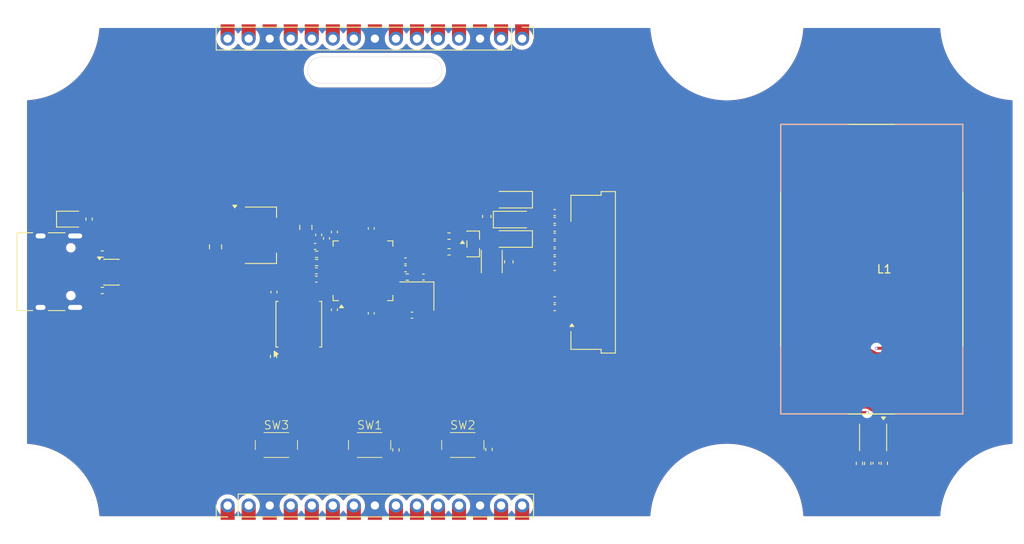
<source format=kicad_pcb>
(kicad_pcb (version 20241229) (generator "pcbnew") (generator_version "9.0")
  (layers (0 "F.Cu" signal) (2 "B.Cu" signal) (13 "F.Paste" user) (15 "B.Paste" user) (5 "F.SilkS" user "F.Silkscreen") (7 "B.SilkS" user "B.Silkscreen") (1 "F.Mask" user) (3 "B.Mask" user) (25 "Edge.Cuts" user))
  (net 0 "")
  (net 1 "+5V")
  (net 2 "GND")
  (net 3 "+3V3")
  (net 4 "+1V1")
  (net 5 "/XIN")
  (net 6 "Net-(C15-Pad2)")
  (net 7 "Net-(U5-VGL{slash}NC)")
  (net 8 "Net-(U5-VSH2)")
  (net 9 "Net-(U5-VDD)")
  (net 10 "Net-(U5-VPP)")
  (net 11 "Net-(U5-VSH1)")
  (net 12 "/PREVGH")
  (net 13 "Net-(U5-VSL)")
  (net 14 "/PREVGL")
  (net 15 "Net-(U5-VCOM)")
  (net 16 "Net-(D3-K)")
  (net 17 "Net-(D2-A)")
  (net 18 "Net-(D1-A)")
  (net 20 "/USB_D-")
  (net 21 "/USB_D+")
  (net 22 "Net-(J1-CC2)")
  (net 23 "Net-(J1-CC1)")
  (net 25 "/RESE")
  (net 26 "/GDR")
  (net 27 "Net-(U1-USB_DP)")
  (net 28 "/D+")
  (net 29 "/D-")
  (net 30 "Net-(U1-USB_DM)")
  (net 31 "/RESET")
  (net 32 "/XOUT")
  (net 33 "/QSPI_SS")
  (net 34 "Net-(R9-Pad1)")
  (net 35 "/NFC_SDA")
  (net 36 "/NFC_SCL")
  (net 37 "/NFC_GPO")
  (net 38 "Net-(U1-GPIO9)")
  (net 39 "/EPD_MOSI")
  (net 40 "/EPD_CS")
  (net 42 "/GPIO29")
  (net 43 "/GPIO28")
  (net 44 "/QSPI_SD3")
  (net 45 "/GPIO21")
  (net 46 "/EPD_SCK")
  (net 47 "/GPIO24")
  (net 49 "/EPD_DC")
  (net 50 "/QSPI_SD0")
  (net 51 "/GPIO22")
  (net 52 "/GPIO25")
  (net 53 "/GPIO20")
  (net 54 "/GPIO27")
  (net 55 "/QSPI_SD1")
  (net 56 "/QSPI_SCK")
  (net 57 "/GPIO23")
  (net 58 "/EPD_RST")
  (net 59 "/EPD_BUSY")
  (net 60 "/GPIO26")
  (net 61 "/QSPI_SD2")
  (net 68 "Net-(U6-AC0)")
  (net 69 "Net-(U6-AC1)")
  (net 72 "/GPIO3")
  (net 73 "/GPIO6")
  (net 74 "/GPIO7")
  (net 75 "/GPIO4")
  (net 76 "/GPIO2")
  (net 77 "/GPIO1")
  (net 78 "/GPIO9")
  (net 79 "/GPIO0")
  (net 80 "/GPIO5")
  (net 81 "/GPIO8")
  (footprint "Capacitor_SMD:C_0402_1005Metric" (layer "F.Cu") (at 162.531004 47.902)
    (property "Reference" "C26" (hide yes))
    (property "Value" "1uF")
  )
  (footprint "Capacitor_SMD:C_0402_1005Metric" (layer "F.Cu") (at 133.751004 54.952 180)
    (property "Reference" "C9" (hide yes))
    (property "Value" "0.1uF")
  )
  (footprint "Capacitor_SMD:C_0402_1005Metric" (layer "F.Cu") (at 134.031004 50.602 90)
    (property "Reference" "C3" (hide yes))
    (property "Value" "1uF")
  )
  (footprint "LED_SMD:LED_0805_2012Metric" (layer "F.Cu") (at 104.0625 48.7)
    (property "Reference" "D1" (hide yes))
    (property "Value" "KT-0805G")
  )
  (footprint "Resistor_SMD:R_0402_1005Metric" (layer "F.Cu") (at 144.731004 55.702 180)
    (property "Reference" "R6" (hide yes))
    (property "Value" "1K")
  )
  (footprint "Diode_SMD:D_SOD-123" (layer "F.Cu") (at 157.481004 51.102 180)
    (property "Reference" "D2" (hide yes))
    (property "Value" "MBR0530")
  )
  (footprint "Capacitor_SMD:C_0402_1005Metric" (layer "F.Cu") (at 128.631004 57.522 90)
    (property "Reference" "C16" (hide yes))
    (property "Value" "0.1uF")
  )
  (footprint "Capacitor_SMD:C_0402_1005Metric" (layer "F.Cu") (at 140.381004 60.082 -90)
    (property "Reference" "C7" (hide yes))
    (property "Value" "0.1uF")
  )
  (footprint "Capacitor_SMD:C_0402_1005Metric" (layer "F.Cu") (at 201.33 78.19 90)
    (property "Reference" "C29" (hide yes))
    (property "Value" "0.1uF")
  )
  (footprint "Resistor_SMD:R_0402_1005Metric" (layer "F.Cu") (at 143.358504 76.585 -90)
    (property "Reference" "R5" (hide yes))
    (property "Value" "10K")
  )
  (footprint "Inductor_SMD:L_Sunlord_SWPA252010S" (layer "F.Cu") (at 154.931004 53.827 90)
    (property "Reference" "L2" (hide yes))
    (property "Value" "68uH")
  )
  (footprint "Resistor_SMD:R_0402_1005Metric" (layer "F.Cu") (at 107.91 57.323502)
    (property "Reference" "R2" (hide yes))
    (property "Value" "5.1K")
  )
  (footprint "Resistor_SMD:R_0402_1005Metric" (layer "F.Cu") (at 202.33 78.21 90)
    (property "Reference" "R14" (hide yes))
    (property "Value" "10K")
  )
  (footprint "Capacitor_SMD:C_0402_1005Metric" (layer "F.Cu") (at 146.681004 55.702)
    (property "Reference" "C15" (hide yes))
    (property "Value" "33pF")
  )
  (footprint "kai's library:PinHeader_PAD_1x15_P2.54mm_Vertical" (layer "F.Cu") (at 158.597629 26.887795 -90)
    (property "Reference" "J3" (hide yes))
    (property "Value" "Conn_01x15")
  )
  (footprint "Connector_USB:USB_C_Receptacle_HRO_TYPE-C-31-M-12" (layer "F.Cu") (at 101.5 55.05 -90)
    (property "Reference" "J1" (hide yes))
    (property "Value" "USB_C_Receptacle_USB2.0_16P")
  )
  (footprint "kai's library:SW_Push_SPST_TSA016" (layer "F.Cu") (at 128.928504 76)
    (property "Reference" "SW3")
    (property "Value" "TSA016A2526B")
  )
  (footprint "Capacitor_SMD:C_0402_1005Metric" (layer "F.Cu") (at 162.531004 49.802)
    (property "Reference" "C24" (hide yes))
    (property "Value" "1uF")
  )
  (footprint "Capacitor_SMD:C_0402_1005Metric" (layer "F.Cu") (at 140.381004 49.822 90)
    (property "Reference" "C4" (hide yes))
    (property "Value" "0.1uF")
  )
  (footprint "Capacitor_SMD:C_0402_1005Metric" (layer "F.Cu") (at 135.931004 50.252 90)
    (property "Reference" "C6" (hide yes))
    (property "Value" "0.1uF")
  )
  (footprint "Diode_SMD:D_SOD-123" (layer "F.Cu") (at 157.481004 46.352 180)
    (property "Reference" "D4" (hide yes))
    (property "Value" "MBR0530")
  )
  (footprint "Package_TO_SOT_SMD:SOT-223-3_TabPin2" (layer "F.Cu") (at 127.031004 50.652)
    (property "Reference" "U3" (hide yes))
    (property "Value" "NCP1117ST33T3G")
  )
  (footprint "Capacitor_SMD:C_0402_1005Metric" (layer "F.Cu") (at 162.531004 58.452)
    (property "Reference" "C18" (hide yes))
    (property "Value" "1uF")
  )
  (footprint "Package_DFN_QFN:QFN-56-1EP_7x7mm_P0.4mm_EP3.2x3.2mm" (layer "F.Cu") (at 139.381004 54.940998 90)
    (property "Reference" "U1" (hide yes))
    (property "Value" "RP2040")
  )
  (footprint "Capacitor_SMD:C_0402_1005Metric" (layer "F.Cu") (at 133.601004 52.002 180)
    (property "Reference" "C12" (hide yes))
    (property "Value" "0.1uF")
  )
  (footprint "kai's library:PinHeader_PAD_1x15_P2.54mm_Vertical" (layer "F.Cu") (at 123.039974 83.307795 90)
    (property "Reference" "J2" (hide yes))
    (property "Value" "Conn_01x15")
  )
  (footprint "nfc:25x35mm-NFC" (layer "F.Cu") (at 189.82005 37.2475)
    (property "Reference" "L1")
    (property "Value" "NFC Antenna")
  )
  (footprint "Capacitor_SMD:C_0402_1005Metric" (layer "F.Cu") (at 162.531004 59.402)
    (property "Reference" "C17" (hide yes))
    (property "Value" "1uF")
  )
  (footprint "Capacitor_SMD:C_0402_1005Metric" (layer "F.Cu") (at 144.511004 54.702)
    (property "Reference" "C5" (hide yes))
    (property "Value" "0.1uF")
  )
  (footprint "Package_TO_SOT_SMD:SOT-23" (layer "F.Cu") (at 152.693504 51.702)
    (property "Reference" "Q2" (hide yes))
    (property "Value" "IRLML2060")
  )
  (footprint "Resistor_SMD:R_0402_1005Metric" (layer "F.Cu") (at 106.3125 48.7 -90)
    (property "Reference" "R7" (hide yes))
    (property "Value" "220")
  )
  (footprint "Capacitor_SMD:C_0402_1005Metric" (layer "F.Cu") (at 162.531004 54.552)
    (property "Reference" "C19" (hide yes))
    (property "Value" "1uF")
  )
  (footprint "Crystal:Crystal_SMD_3225-4Pin_3.2x2.5mm" (layer "F.Cu") (at 145.881004 58.002 180)
    (property "Reference" "Y1" (hide yes))
    (property "Value" "12MHz")
  )
  (footprint "Package_SO:SOIC-8_5.3x5.3mm_P1.27mm" (layer "F.Cu") (at 131.631004 61.402 90)
    (property "Reference" "U4" (hide yes))
    (property "Value" "W25Q32JVSS")
  )
  (footprint "Capacitor_SMD:C_0603_1608Metric" (layer "F.Cu") (at 154.331004 48.377 -90)
    (property "Reference" "C27" (hide yes))
    (property "Value" "4.7uF")
  )
  (footprint "Capacitor_SMD:C_0402_1005Metric" (layer "F.Cu") (at 162.531004 51.702)
    (property "Reference" "C22" (hide yes))
    (property "Value" "1uF")
  )
  (footprint "Diode_SMD:D_SOD-123" (layer "F.Cu") (at 157.481004 48.752)
    (property "Reference" "D3" (hide yes))
    (property "Value" "MBR0530")
  )
  (footprint "Capacitor_SMD:C_0402_1005Metric" (layer "F.Cu") (at 135.931004 59.652 -90)
    (property "Reference" "C8" (hide yes))
    (property "Value" "0.1uF")
  )
  (footprint "Capacitor_SMD:C_0603_1608Metric" (layer "F.Cu") (at 156.991004 53.862 -90)
    (property "Reference" "C28" (hide yes))
    (property "Value" "4.7uF")
  )
  (footprint "Package_TO_SOT_SMD:SOT-23-6" (layer "F.Cu") (at 109.01 55.111002)
    (property "Reference" "U2" (hide yes))
    (property "Value" "USBLC6-2SC6")
  )
  (footprint "kai's library:SW_Push_SPST_TSA016" (layer "F.Cu") (at 140.183504 76)
    (property "Reference" "SW1")
    (property "Value" "TSA016A2526B")
  )
  (footprint "Resistor_SMD:R_0402_1005Metric" (layer "F.Cu") (at 133.781004 53.952)
    (property "Reference" "R3" (hide yes))
    (property "Value" "22")
  )
  (footprint "kai's library:LCSC_1x24-1MP_P0.5mm_Horizontal" (layer "F.Cu") (at 167.500004 55.128498 90)
    (property "Reference" "U5" (hide yes))
    (property "Value" "Conn")
  )
  (footprint "Capacitor_SMD:C_0402_1005Metric" (layer "F.Cu") (at 162.531004 48.852)
    (property "Reference" "C25" (hide yes))
    (property "Value" "1uF")
  )
  (footprint "Resistor_SMD:R_0402_1005Metric" (layer "F.Cu") (at 154.6 76.54 90)
    (property "Reference" "R9" (hide yes))
    (property "Value" "1K")
  )
  (footprint "Capacitor_SMD:C_0402_1005Metric" (layer "F.Cu") (at 162.531004 50.752)
    (property "Reference" "C23" (hide yes))
    (property "Value" "1uF")
  )
  (footprint "Resistor_SMD:R_0402_1005Metric" (layer "F.Cu") (at 128.581004 65.302 -90)
    (property "Reference" "R8" (hide yes))
    (property "Value" "10K")
  )
  (footprint "Capacitor_SMD:C_0402_1005Metric" (layer "F.Cu") (at 134.981004 51.022 90)
    (property "Reference" "C10" (hide yes))
    (property "Value" "0.1uF")
  )
  (footprint "Resistor_SMD:R_0402_1005Metric" (layer "F.Cu") (at 200.33 78.22 90)
    (property "Reference" "R13" (hide yes))
    (property "Value" "10K")
  )
  (footprint "Resistor_SMD:R_0402_1005Metric" (layer "F.Cu") (at 199.33 78.22 90)
    (property "Reference" "R10" (hide yes))
    (property "Value" "10K")
  )
  (footprint "Capacitor_SMD:C_0402_1005Metric" (layer "F.Cu") (at 144.511004 53.752)
    (property "Reference" "C11" (hide yes))
    (property "Value" "1uF")
  )
  (footprint "Capacitor_SMD:C_0402_1005Metric" (layer "F.Cu") (at 145.301004 60.302 180)
    (property "Reference" "C14" (hide yes))
    (property "Value" "33pF")
  )
  (footprint "Capacitor_SMD:C_0402_1005Metric" (layer "F.Cu") (at 162.531004 53.602)
    (property "Reference" "C20" (hide yes))
    (property "Value" "1uF")
  )
  (footprint "Capacitor_SMD:C_0402_1005Metric" (layer "F.Cu") (at 162.531004 52.652)
    (property "Reference" "C21" (hide yes))
    (property "Value" "1uF")
  )
  (footprint "Resistor_SMD:R_0402_1005Metric" (layer "F.Cu") (at 149.771004 50.752 180)
    (property "Reference" "R11" (hide yes))
    (property "Value" "10K")
  )
  (footprint "kai's library:SW_Push_SPST_TSA016" (layer "F.Cu") (at 151.433504 76)
    (property "Reference" "SW2")
    (property "Value" "TSA016A2526B")
  )
  (footprint "Resistor_SMD:R_0402_1005Metric" (layer "F.Cu") (at 133.781004 52.952)
    (property "Reference" "R4" (hide yes))
    (property "Value" "22")
  )
  (footprint "Capacitor_SMD:C_0805_2012Metric" (layer "F.Cu") (at 132.481004 49.702 90)
    (property "Reference" "C2" (hide yes))
    (property "Value" "10uF")
  )
  (footprint "Capacitor_SMD:C_0805_2012Metric" (layer "F.Cu") (at 121.581004 52.052 90)
    (property "Reference" "C1" (hide yes))
    (property "Value" "10uF")
  )
  (footprint "Package_DFN_QFN:ST_UFDFPN-12-1EP_3x3mm_P0.5mm_EP1.4x2.55mm" (layer "F.Cu") (at 200.98 75.0825 -90)
    (property "Reference" "U6" (hide yes))
    (property "Value" "ST25DV04K-JFR6D3")
  )
  (footprint "Resistor_SMD:R_0402_1005Metric" (layer "F.Cu") (at 107.91 52.923502)
    (property "Reference" "R1" (hide yes))
    (property "Value" "5.1K")
  )
  (footprint "Capacitor_SMD:C_0402_1005Metric" (layer "F.Cu") (at 133.751004 55.952 180)
    (property "Reference" "C13" (hide yes))
    (property "Value" "0.1uF")
  )
  (footprint "Resistor_SMD:R_0402_1005Metric" (layer "F.Cu") (at 149.781004 52.652 180)
    (property "Reference" "R12" (hide yes))
    (property "Value" "0.47")
  )
  (gr_arc (start 147.317629 29.1) (mid 148.9176 30.7) (end 147.317629 32.3) (stroke (width 0.05)) (layer "Edge.Cuts"))
  (gr_arc (start 209.580432 84.624845) (mid 212.130452 78.910636) (end 217.844667 76.36061) (stroke (width 0.01)) (layer "Edge.Cuts"))
  (gr_line (start 134.317629 32.3) (end 147.317629 32.3) (stroke (width 0.05)) (layer "Edge.Cuts"))
  (gr_arc (start 174.08114 25.097818) (mid 174.425008 25.234844) (end 174.580432 25.570791) (stroke (width 0.01)) (layer "Edge.Cuts"))
  (gr_line (start 98.31764 34.334296) (end 98.31764 75.861339) (stroke (width 0.01)) (layer "Edge.Cuts"))
  (gr_arc (start 174.580432 84.624845) (mid 183.31764 76.347818) (end 192.054848 84.624845) (stroke (width 0.01)) (layer "Edge.Cuts"))
  (gr_line (start 107.554119 25.097818) (end 174.08114 25.097818) (stroke (width 0.01)) (layer "Edge.Cuts"))
  (gr_arc (start 98.31764 34.334296) (mid 98.454661 33.990446) (end 98.790613 33.835026) (stroke (width 0.01)) (layer "Edge.Cuts"))
  (gr_arc (start 98.790613 76.36061) (mid 98.454617 76.205221) (end 98.31764 75.861339) (stroke (width 0.01)) (layer "Edge.Cuts"))
  (gr_arc (start 107.554118 85.097818) (mid 107.210236 84.960809) (end 107.054848 84.624845) (stroke (width 0.01)) (layer "Edge.Cuts"))
  (gr_arc (start 209.580432 84.624845) (mid 209.426717 84.959204) (end 209.08583 85.097818) (stroke (width 0.01)) (layer "Edge.Cuts"))
  (gr_arc (start 192.55414 85.097818) (mid 192.210306 84.96078) (end 192.054848 84.624845) (stroke (width 0.01)) (layer "Edge.Cuts"))
  (gr_arc (start 217.844667 33.835026) (mid 212.130426 31.285017) (end 209.580432 25.570791) (stroke (width 0.01)) (layer "Edge.Cuts"))
  (gr_arc (start 192.054848 25.570791) (mid 183.31764 33.847818) (end 174.580432 25.570791) (stroke (width 0.01)) (layer "Edge.Cuts"))
  (gr_arc (start 107.054848 25.570791) (mid 107.210248 25.234829) (end 107.554119 25.097818) (stroke (width 0.01)) (layer "Edge.Cuts"))
  (gr_line (start 192.558935 25.097818) (end 209.08114 25.097818) (stroke (width 0.01)) (layer "Edge.Cuts"))
  (gr_line (start 192.55414 85.097818) (end 209.08583 85.097818) (stroke (width 0.01)) (layer "Edge.Cuts"))
  (gr_arc (start 134.317629 32.3) (mid 132.7176 30.7) (end 134.317629 29.1) (stroke (width 0.05)) (layer "Edge.Cuts"))
  (gr_line (start 147.317629 29.1) (end 134.317629 29.1) (stroke (width 0.05)) (layer "Edge.Cuts"))
  (gr_arc (start 174.580432 84.624845) (mid 174.426717 84.959204) (end 174.08583 85.097818) (stroke (width 0.01)) (layer "Edge.Cuts"))
  (gr_line (start 107.554118 85.097818) (end 174.08583 85.097818) (stroke (width 0.01)) (layer "Edge.Cuts"))
  (gr_arc (start 192.054848 25.570791) (mid 192.212 25.233177) (end 192.558935 25.097818) (stroke (width 0.01)) (layer "Edge.Cuts"))
  (gr_arc (start 107.054848 25.570791) (mid 104.504822 31.285005) (end 98.790613 33.835026) (stroke (width 0.01)) (layer "Edge.Cuts"))
  (gr_arc (start 98.790613 76.36061) (mid 104.504795 78.910648) (end 107.054848 84.624845) (stroke (width 0.01)) (layer "Edge.Cuts"))
  (gr_line (start 218.31764 34.339008) (end 218.31764 75.861318) (stroke (width 0.01)) (layer "Edge.Cuts"))
  (gr_arc (start 209.08114 25.097818) (mid 209.425008 25.234844) (end 209.580432 25.570791) (stroke (width 0.01)) (layer "Edge.Cuts"))
  (gr_arc (start 217.844667 33.835026) (mid 218.182217 33.992157) (end 218.31764 34.339008) (stroke (width 0.01)) (layer "Edge.Cuts"))
  (gr_arc (start 218.31764 75.861318) (mid 218.180619 76.205186) (end 217.844667 76.36061) (stroke (width 0.01)) (layer "Edge.Cuts"))
  (segment (start 105.545 54.3) (end 106.476 54.3) (width 0.3) (layer "F.Cu") (net 20))
  (segment (start 106.548 54.372) (end 106.548 55.228) (width 0.3) (layer "F.Cu") (net 20))
  (segment (start 107.732502 54.301) (end 105.545 54.301) (width 0.3) (layer "F.Cu") (net 20))
  (segment (start 107.8725 54.161002) (end 107.732502 54.301) (width 0.3) (layer "F.Cu") (net 20))
  (segment (start 106.476 55.3) (end 105.545 55.3) (width 0.3) (layer "F.Cu") (net 20))
  (segment (start 106.548 55.228) (end 106.476 55.3) (width 0.3) (layer "F.Cu") (net 20))
  (segment (start 106.476 54.3) (end 106.548 54.372) (width 0.3) (layer "F.Cu") (net 20))
  (segment (start 107.611498 55.8) (end 107.8725 56.061002) (width 0.3) (layer "F.Cu") (net 21))
  (segment (start 105.545 54.8) (end 104.614 54.8) (width 0.3) (layer "F.Cu") (net 21))
  (segment (start 104.542 54.872) (end 104.542 55.728) (width 0.3) (layer "F.Cu") (net 21))
  (segment (start 104.614 54.8) (end 104.542 54.872) (width 0.3) (layer "F.Cu") (net 21))
  (segment (start 104.542 55.728) (end 104.614 55.8) (width 0.3) (layer "F.Cu") (net 21))
  (segment (start 105.545 55.8) (end 107.611498 55.8) (width 0.3) (layer "F.Cu") (net 21))
  (segment (start 104.614 55.8) (end 105.545 55.8) (width 0.3) (layer "F.Cu") (net 21))
  (segment (start 132.988294 53.952) (end 133.271004 53.952) (width 0.3802) (layer "F.Cu") (net 28))
  (segment (start 111.141251 56.061002) (end 111.837651 55.364602) (width 0.3802) (layer "F.Cu") (net 28))
  (segment (start 111.837651 55.364602) (end 131.575692 55.364602) (width 0.3802) (layer "F.Cu") (net 28))
  (segment (start 110.1475 56.061002) (end 111.141251 56.061002) (width 0.3802) (layer "F.Cu") (net 28))
  (segment (start 131.575692 55.364602) (end 132.988294 53.952) (width 0.3802) (layer "F.Cu") (net 28))
  (segment (start 110.1475 54.161002) (end 111.141251 54.161002) (width 0.3802) (layer "F.Cu") (net 29))
  (segment (start 111.141251 54.161002) (end 111.837651 54.857402) (width 0.3802) (layer "F.Cu") (net 29))
  (segment (start 111.837651 54.857402) (end 131.365602 54.857402) (width 0.3802) (layer "F.Cu") (net 29))
  (segment (start 131.365602 54.857402) (end 133.271004 52.952) (width 0.3802) (layer "F.Cu") (net 29))
  (zone (net 2) (net_name "GND") (layers "F.Cu" "B.Cu") (connect_pads yes (clearance 0.5)) (min_thickness 0.25) (fill yes (thermal_gap 0.5) (thermal_bridge_width 0.5) (island_removal_mode 1) (island_area_min 10))
    (polygon (pts (xy 97.2 24.2) (xy 219.2 24.2) (xy 219.2 86.2) (xy 97.2 86.2)))
  )
)
</source>
